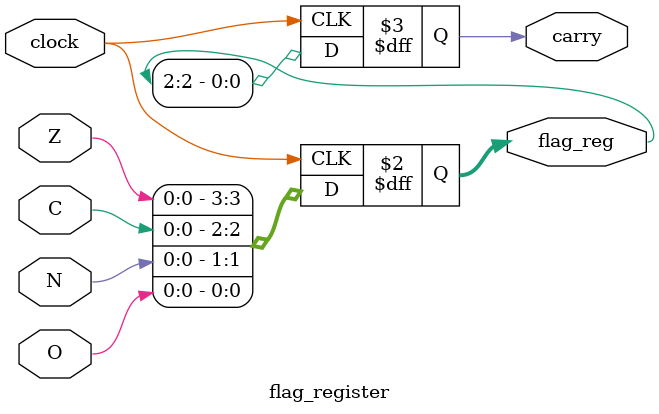
<source format=v>
module flag_register(clock, Z, C, N, O, flag_reg, carry);
    input wire clock;
    input wire Z;  
    input wire C;  
    input wire N;  
    input wire O;  

    output reg [3:0] flag_reg;  

    output reg carry; 

    always @(posedge clock) begin
        flag_reg <= {Z, C, N, O}; 
        carry <= flag_reg[2];
    end
 

endmodule

</source>
